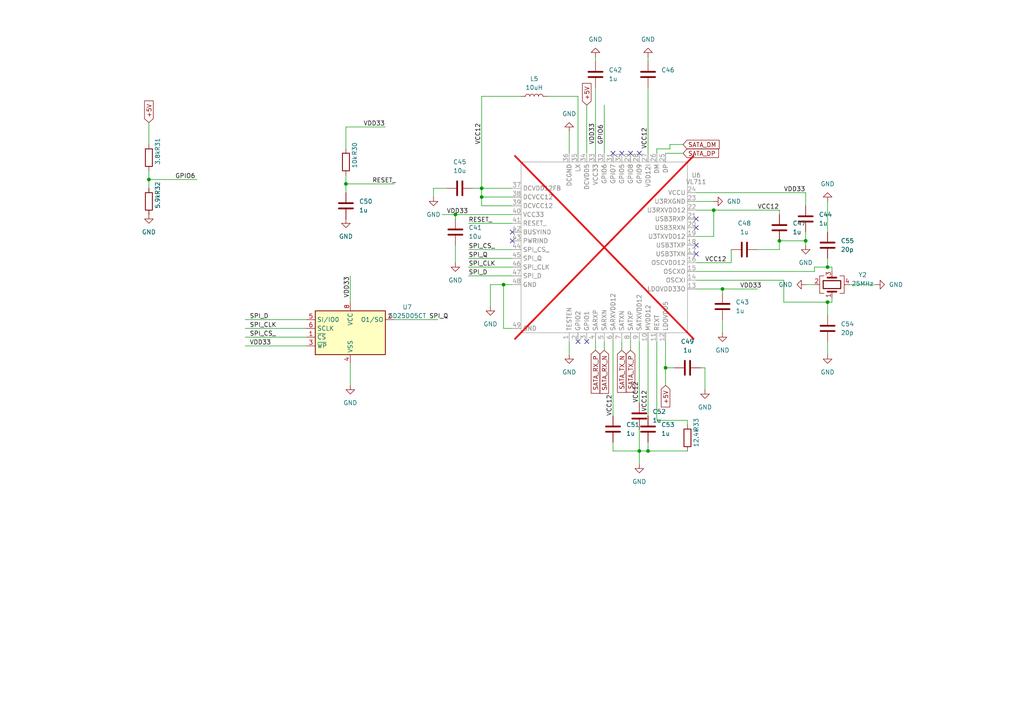
<source format=kicad_sch>
(kicad_sch (version 20231120) (generator "eeschema") (generator_version "8.0")
  (paper "A4")
  (lib_symbols
    (symbol "Device:C" (pin_numbers hide) (pin_names (offset 0.254))
      (property "Reference" "C" (at 0.635 2.54 0))
      (property "Value" "C" (at 0.635 -2.54 0))
      (symbol "C_0_1"
        (polyline (pts (xy -2.032 -0.762) (xy 2.032 -0.762)) (stroke (width 0.508)))
        (polyline (pts (xy -2.032 0.762) (xy 2.032 0.762)) (stroke (width 0.508)))
      )
      (symbol "C_1_1"
        (pin passive line (at 0 3.81 270) (length 2.794) (name "~") (number "1"))
        (pin passive line (at 0 -3.81 90) (length 2.794) (name "~") (number "2"))
      )
    )
    (symbol "Device:Crystal_GND24" (pin_names (offset 1.016) hide)
      (property "Reference" "Y" (at 3.175 5.08 0))
      (property "Value" "Crystal_GND24" (at 3.175 3.175 0))
      (symbol "Crystal_GND24_0_1"
        (rectangle (start -1.143 2.54) (end 1.143 -2.54) (stroke (width 0.3048)))
        (polyline (pts (xy -2.54 0) (xy -2.032 0)))
        (polyline (pts (xy -2.032 -1.27) (xy -2.032 1.27)) (stroke (width 0.508)))
        (polyline (pts (xy 0 -3.81) (xy 0 -3.556)))
        (polyline (pts (xy 0 3.556) (xy 0 3.81)))
        (polyline (pts (xy 2.032 -1.27) (xy 2.032 1.27)) (stroke (width 0.508)))
        (polyline (pts (xy 2.032 0) (xy 2.54 0)))
        (polyline (pts (xy -2.54 -2.286) (xy -2.54 -3.556) (xy 2.54 -3.556) (xy 2.54 -2.286)))
        (polyline (pts (xy -2.54 2.286) (xy -2.54 3.556) (xy 2.54 3.556) (xy 2.54 2.286)))
      )
      (symbol "Crystal_GND24_1_1"
        (pin passive line (at -3.81 0 0) (length 1.27) (name "1") (number "1"))
        (pin passive line (at 0 5.08 270) (length 1.27) (name "2") (number "2"))
        (pin passive line (at 3.81 0 180) (length 1.27) (name "3") (number "3"))
        (pin passive line (at 0 -5.08 90) (length 1.27) (name "4") (number "4"))
      )
    )
    (symbol "Device:L" (pin_numbers hide) (pin_names (offset 1.016) hide)
      (property "Reference" "L" (at -1.27 0 90))
      (property "Value" "L" (at 1.905 0 90))
      (symbol "L_0_1"
        (arc (start 0 -2.54) (mid 0.6323 -1.905) (end 0 -1.27))
        (arc (start 0 -1.27) (mid 0.6323 -0.635) (end 0 0))
        (arc (start 0 0) (mid 0.6323 0.635) (end 0 1.27))
        (arc (start 0 1.27) (mid 0.6323 1.905) (end 0 2.54))
      )
      (symbol "L_1_1"
        (pin passive line (at 0 3.81 270) (length 1.27) (name "1") (number "1"))
        (pin passive line (at 0 -3.81 90) (length 1.27) (name "2") (number "2"))
      )
    )
    (symbol "Device:R" (pin_numbers hide) (pin_names (offset 0))
      (property "Reference" "R" (at 2.032 0 90))
      (property "Value" "R" (at 0 0 90))
      (symbol "R_0_1"
        (rectangle (start -1.016 -2.54) (end 1.016 2.54) (stroke (width 0.254)))
      )
      (symbol "R_1_1"
        (pin passive line (at 0 3.81 270) (length 1.27) (name "~") (number "1"))
        (pin passive line (at 0 -3.81 90) (length 1.27) (name "~") (number "2"))
      )
    )
    (symbol "Memory_Flash:GD25D05CT"
      (property "Reference" "U" (at 2.54 12.7 0))
      (property "Value" "GD25D05CT" (at 8.89 8.89 0))
      (symbol "GD25D05CT_1_1"
        (rectangle (start -10.16 7.62) (end 10.16 -5.08) (stroke (width 0.254)) (fill (type background)))
        (pin input line (at -12.7 0 0) (length 2.54) (name "~{CS}") (number "1"))
        (pin output line (at 12.7 5.08 180) (length 2.54) (name "O1/SO") (number "2"))
        (pin input line (at -12.7 -2.54 0) (length 2.54) (name "~{WP}") (number "3"))
        (pin power_in line (at 0 -7.62 90) (length 2.54) (name "VSS") (number "4"))
        (pin bidirectional line (at -12.7 5.08 0) (length 2.54) (name "SI/IO0") (number "5"))
        (pin input line (at -12.7 2.54 0) (length 2.54) (name "SCLK") (number "6"))
        (pin no_connect line (at 10.16 -2.54 180) (length 2.54) hide (name "NC") (number "7"))
        (pin power_in line (at 0 10.16 270) (length 2.54) (name "VCC") (number "8"))
      )
    )
    (symbol "power:GND" (power) (pin_names (offset 0))
      (property "Value" "GND" (at 0 -3.81 0))
      (symbol "GND_0_1"
        (polyline (pts (xy 0 0) (xy 0 -1.27) (xy 1.27 -1.27) (xy 0 -2.54) (xy -1.27 -1.27) (xy 0 -1.27)))
      )
      (symbol "GND_1_1"
        (pin power_in line (at 0 0 270) (length 0) hide (name "GND") (number "1"))
      )
    )
    (symbol "vl715:vl715"
      (property "Reference" "U" (at -24.892 -26.924 0))
      (symbol "vl715_0_1"
        (polyline (pts (xy -25.4 24.13) (xy -25.4 -25.4) (xy 22.86 -25.4) (xy 22.86 24.13) (xy -25.4 24.13)))
      )
      (symbol "vl715_1_1"
        (pin input line (at -11.43 -27.94 90) (length 2.54) (name "TESTEN") (number "1"))
        (pin input line (at 11.43 -27.94 90) (length 2.54) (name "MVDD12") (number "10"))
        (pin input line (at 13.97 -27.94 90) (length 2.54) (name "REXT") (number "11"))
        (pin input line (at 16.51 -27.94 90) (length 2.54) (name "LDOVDD5") (number "12"))
        (pin input line (at 25.4 -12.7 180) (length 2.54) (name "LDOVDD33O") (number "13"))
        (pin input line (at 25.4 -10.16 180) (length 2.54) (name "OSCXI") (number "14"))
        (pin input line (at 25.4 -7.62 180) (length 2.54) (name "OSCXO") (number "15"))
        (pin input line (at 25.4 -5.08 180) (length 2.54) (name "OSCVDD12") (number "16"))
        (pin input line (at 25.4 -2.54 180) (length 2.54) (name "USB3TXN") (number "17"))
        (pin input line (at 25.4 0 180) (length 2.54) (name "USB3TXP") (number "18"))
        (pin input line (at 25.4 2.54 180) (length 2.54) (name "U3TXVDD12") (number "19"))
        (pin input line (at -8.89 -27.94 90) (length 2.54) (name "GPIO2") (number "2"))
        (pin input line (at 25.4 5.08 180) (length 2.54) (name "USB3RXN") (number "20"))
        (pin input line (at 25.4 7.62 180) (length 2.54) (name "USB3RXP") (number "21"))
        (pin input line (at 25.4 10.16 180) (length 2.54) (name "U3RXVDD12") (number "22"))
        (pin input line (at 25.4 12.7 180) (length 2.54) (name "U3RXGND") (number "23"))
        (pin input line (at 25.4 15.24 180) (length 2.54) (name "VCCU") (number "24"))
        (pin input line (at 16.51 26.67 270) (length 2.54) (name "DP") (number "25"))
        (pin input line (at 13.97 26.67 270) (length 2.54) (name "DM") (number "26"))
        (pin input line (at 11.43 26.67 270) (length 2.54) (name "VDD12I") (number "27"))
        (pin input line (at 8.89 26.67 270) (length 2.54) (name "GPIO9") (number "28"))
        (pin input line (at 6.35 26.67 270) (length 2.54) (name "GPIO8") (number "29"))
        (pin input line (at -6.35 -27.94 90) (length 2.54) (name "GPIO1") (number "3"))
        (pin input line (at 3.81 26.67 270) (length 2.54) (name "GPIO5") (number "30"))
        (pin input line (at 1.27 26.67 270) (length 2.54) (name "GPIO7") (number "31"))
        (pin input line (at -1.27 26.67 270) (length 2.54) (name "GPIO6") (number "32"))
        (pin input line (at -3.81 26.67 270) (length 2.54) (name "VCC33") (number "33"))
        (pin input line (at -6.35 26.67 270) (length 2.54) (name "DCVDD5") (number "34"))
        (pin input line (at -8.89 26.67 270) (length 2.54) (name "LX") (number "35"))
        (pin input line (at -11.43 26.67 270) (length 2.54) (name "DCGND") (number "36"))
        (pin input line (at -27.94 16.51 0) (length 2.54) (name "DCVDD12FB") (number "37"))
        (pin input line (at -27.94 13.97 0) (length 2.54) (name "DCVCC12") (number "38"))
        (pin input line (at -27.94 11.43 0) (length 2.54) (name "DCVCC12") (number "39"))
        (pin input line (at -3.81 -27.94 90) (length 2.54) (name "SARXP") (number "4"))
        (pin input line (at -27.94 8.89 0) (length 2.54) (name "VCC33") (number "40"))
        (pin input line (at -27.94 6.35 0) (length 2.54) (name "RESET_") (number "41"))
        (pin input line (at -27.94 3.81 0) (length 2.54) (name "BUSYIND") (number "42"))
        (pin input line (at -27.94 1.27 0) (length 2.54) (name "PWRIND") (number "43"))
        (pin input line (at -27.94 -1.27 0) (length 2.54) (name "SPI_CS_") (number "44"))
        (pin input line (at -27.94 -3.81 0) (length 2.54) (name "SPI_Q") (number "45"))
        (pin input line (at -27.94 -6.35 0) (length 2.54) (name "SPI_CLK") (number "46"))
        (pin input line (at -27.94 -8.89 0) (length 2.54) (name "SPI_D") (number "47"))
        (pin input line (at -27.94 -11.43 0) (length 2.54) (name "GND") (number "48"))
        (pin input line (at -27.94 -24.13 0) (length 2.54) (name "GND") (number "49"))
        (pin input line (at -1.27 -27.94 90) (length 2.54) (name "SARXN") (number "5"))
        (pin input line (at 1.27 -27.94 90) (length 2.54) (name "SARXVDD12") (number "6"))
        (pin input line (at 3.81 -27.94 90) (length 2.54) (name "SATXN") (number "7"))
        (pin input line (at 6.35 -27.94 90) (length 2.54) (name "SATXP") (number "8"))
        (pin input line (at 8.89 -27.94 90) (length 2.54) (name "SATXVDD12") (number "9"))
      )
    )
  )
  (junction (at 132.08 62.23))
  (junction (at 207.01 60.96))
  (junction (at 185.42 130.81))
  (junction (at 193.04 106.68))
  (junction (at 146.05 82.55))
  (junction (at 240.03 77.47))
  (junction (at 187.96 130.81))
  (junction (at 139.7 57.15))
  (junction (at 233.68 69.85))
  (junction (at 209.55 83.82))
  (junction (at 139.7 54.61))
  (junction (at 100.33 53.34))
  (junction (at 43.18 52.07))
  (junction (at 240.03 87.63))
  (junction (at 226.06 69.85))
  (no_connect (at 148.59 67.31))
  (no_connect (at 201.93 63.5))
  (no_connect (at 185.42 44.45))
  (no_connect (at 177.8 44.45))
  (no_connect (at 201.93 71.12))
  (no_connect (at 201.93 66.04))
  (no_connect (at 148.59 69.85))
  (no_connect (at 182.88 44.45))
  (no_connect (at 167.64 99.06))
  (no_connect (at 180.34 44.45))
  (no_connect (at 201.93 73.66))
  (no_connect (at 170.18 99.06))
  (wire (pts (xy 209.55 83.82) (xy 219.71 83.82)))
  (wire (pts (xy 190.5 121.92) (xy 199.39 121.92)))
  (wire (pts (xy 193.04 99.06) (xy 193.04 106.68)))
  (wire (pts (xy 132.08 62.23) (xy 132.08 63.5)))
  (wire (pts (xy 190.5 99.06) (xy 190.5 121.92)))
  (wire (pts (xy 226.06 60.96) (xy 226.06 62.23)))
  (wire (pts (xy 240.03 87.63) (xy 227.33 87.63)))
  (wire (pts (xy 233.68 69.85) (xy 233.68 71.12)))
  (wire (pts (xy 201.93 76.2) (xy 212.09 76.2)))
  (wire (pts (xy 101.6 80.01) (xy 101.6 87.63)))
  (wire (pts (xy 185.42 130.81) (xy 185.42 134.62)))
  (wire (pts (xy 233.68 67.31) (xy 233.68 69.85)))
  (wire (pts (xy 135.89 77.47) (xy 148.59 77.47)))
  (wire (pts (xy 139.7 27.94) (xy 151.13 27.94)))
  (wire (pts (xy 101.6 105.41) (xy 101.6 111.76)))
  (wire (pts (xy 180.34 99.06) (xy 180.34 101.6)))
  (wire (pts (xy 187.96 128.27) (xy 187.96 130.81)))
  (wire (pts (xy 100.33 43.18) (xy 100.33 36.83)))
  (wire (pts (xy 241.3 77.47) (xy 241.3 78.74)))
  (wire (pts (xy 182.88 99.06) (xy 182.88 101.6)))
  (wire (pts (xy 241.3 77.47) (xy 240.03 77.47)))
  (wire (pts (xy 139.7 57.15) (xy 139.7 59.69)))
  (wire (pts (xy 201.93 55.88) (xy 233.68 55.88)))
  (wire (pts (xy 71.12 97.79) (xy 88.9 97.79)))
  (wire (pts (xy 148.59 59.69) (xy 139.7 59.69)))
  (wire (pts (xy 71.12 95.25) (xy 88.9 95.25)))
  (wire (pts (xy 100.33 36.83) (xy 111.76 36.83)))
  (wire (pts (xy 201.93 78.74) (xy 236.22 78.74)))
  (wire (pts (xy 233.68 82.55) (xy 236.22 82.55)))
  (wire (pts (xy 185.42 130.81) (xy 177.8 130.81)))
  (wire (pts (xy 114.3 92.71) (xy 127 92.71)))
  (wire (pts (xy 187.96 99.06) (xy 187.96 120.65)))
  (wire (pts (xy 187.96 16.51) (xy 187.96 17.78)))
  (wire (pts (xy 241.3 87.63) (xy 240.03 87.63)))
  (wire (pts (xy 146.05 82.55) (xy 148.59 82.55)))
  (wire (pts (xy 135.89 74.93) (xy 148.59 74.93)))
  (wire (pts (xy 227.33 81.28) (xy 227.33 87.63)))
  (wire (pts (xy 172.72 99.06) (xy 172.72 101.6)))
  (wire (pts (xy 198.12 41.91) (xy 194.31 41.91)))
  (wire (pts (xy 139.7 54.61) (xy 139.7 57.15)))
  (wire (pts (xy 193.04 106.68) (xy 193.04 111.76)))
  (wire (pts (xy 185.42 99.06) (xy 185.42 116.84)))
  (wire (pts (xy 146.05 95.25) (xy 146.05 82.55)))
  (wire (pts (xy 204.47 106.68) (xy 203.2 106.68)))
  (wire (pts (xy 100.33 53.34) (xy 114.3 53.34)))
  (wire (pts (xy 187.96 25.4) (xy 187.96 44.45)))
  (wire (pts (xy 212.09 76.2) (xy 212.09 72.39)))
  (wire (pts (xy 236.22 78.74) (xy 236.22 77.47)))
  (wire (pts (xy 227.33 81.28) (xy 201.93 81.28)))
  (wire (pts (xy 128.27 62.23) (xy 132.08 62.23)))
  (wire (pts (xy 165.1 99.06) (xy 165.1 102.87)))
  (wire (pts (xy 207.01 68.58) (xy 201.93 68.58)))
  (wire (pts (xy 177.8 130.81) (xy 177.8 128.27)))
  (wire (pts (xy 226.06 72.39) (xy 226.06 69.85)))
  (wire (pts (xy 139.7 27.94) (xy 139.7 54.61)))
  (wire (pts (xy 137.16 54.61) (xy 139.7 54.61)))
  (wire (pts (xy 240.03 74.93) (xy 240.03 77.47)))
  (wire (pts (xy 165.1 38.1) (xy 165.1 44.45)))
  (wire (pts (xy 241.3 86.36) (xy 241.3 87.63)))
  (wire (pts (xy 148.59 95.25) (xy 146.05 95.25)))
  (wire (pts (xy 199.39 121.92) (xy 199.39 123.19)))
  (wire (pts (xy 233.68 55.88) (xy 233.68 59.69)))
  (wire (pts (xy 125.73 54.61) (xy 129.54 54.61)))
  (wire (pts (xy 240.03 87.63) (xy 240.03 91.44)))
  (wire (pts (xy 125.73 57.15) (xy 125.73 54.61)))
  (wire (pts (xy 139.7 54.61) (xy 148.59 54.61)))
  (wire (pts (xy 135.89 64.77) (xy 148.59 64.77)))
  (wire (pts (xy 194.31 43.18) (xy 190.5 43.18)))
  (wire (pts (xy 172.72 16.51) (xy 172.72 17.78)))
  (wire (pts (xy 167.64 27.94) (xy 167.64 44.45)))
  (wire (pts (xy 132.08 71.12) (xy 132.08 76.2)))
  (wire (pts (xy 240.03 58.42) (xy 240.03 67.31)))
  (wire (pts (xy 175.26 30.48) (xy 175.26 44.45)))
  (wire (pts (xy 43.18 52.07) (xy 57.15 52.07)))
  (wire (pts (xy 177.8 99.06) (xy 177.8 120.65)))
  (wire (pts (xy 71.12 100.33) (xy 88.9 100.33)))
  (wire (pts (xy 43.18 41.91) (xy 43.18 35.56)))
  (wire (pts (xy 71.12 92.71) (xy 88.9 92.71)))
  (wire (pts (xy 175.26 99.06) (xy 175.26 101.6)))
  (wire (pts (xy 201.93 83.82) (xy 209.55 83.82)))
  (wire (pts (xy 142.24 82.55) (xy 146.05 82.55)))
  (wire (pts (xy 207.01 60.96) (xy 207.01 68.58)))
  (wire (pts (xy 246.38 82.55) (xy 254 82.55)))
  (wire (pts (xy 219.71 72.39) (xy 226.06 72.39)))
  (wire (pts (xy 226.06 69.85) (xy 233.68 69.85)))
  (wire (pts (xy 201.93 58.42) (xy 207.01 58.42)))
  (wire (pts (xy 142.24 88.9) (xy 142.24 82.55)))
  (wire (pts (xy 187.96 130.81) (xy 199.39 130.81)))
  (wire (pts (xy 43.18 52.07) (xy 43.18 54.61)))
  (wire (pts (xy 209.55 92.71) (xy 209.55 96.52)))
  (wire (pts (xy 240.03 99.06) (xy 240.03 102.87)))
  (wire (pts (xy 193.04 44.45) (xy 198.12 44.45)))
  (wire (pts (xy 185.42 124.46) (xy 185.42 130.81)))
  (wire (pts (xy 187.96 130.81) (xy 185.42 130.81)))
  (wire (pts (xy 190.5 44.45) (xy 190.5 43.18)))
  (wire (pts (xy 132.08 62.23) (xy 148.59 62.23)))
  (wire (pts (xy 158.75 27.94) (xy 167.64 27.94)))
  (wire (pts (xy 207.01 60.96) (xy 226.06 60.96)))
  (wire (pts (xy 209.55 83.82) (xy 209.55 85.09)))
  (wire (pts (xy 204.47 113.03) (xy 204.47 106.68)))
  (wire (pts (xy 135.89 72.39) (xy 148.59 72.39)))
  (wire (pts (xy 139.7 57.15) (xy 148.59 57.15)))
  (wire (pts (xy 100.33 50.8) (xy 100.33 53.34)))
  (wire (pts (xy 236.22 77.47) (xy 240.03 77.47)))
  (wire (pts (xy 193.04 106.68) (xy 195.58 106.68)))
  (wire (pts (xy 100.33 53.34) (xy 100.33 55.88)))
  (wire (pts (xy 43.18 49.53) (xy 43.18 52.07)))
  (wire (pts (xy 194.31 41.91) (xy 194.31 43.18)))
  (wire (pts (xy 201.93 60.96) (xy 207.01 60.96)))
  (wire (pts (xy 170.18 30.48) (xy 170.18 44.45)))
  (wire (pts (xy 135.89 80.01) (xy 148.59 80.01)))
  (wire (pts (xy 172.72 25.4) (xy 172.72 44.45)))
  (label "VCC12" (at 185.42 116.84 90))
  (label "VCC12" (at 187.96 43.18 90))
  (label "GPIO6" (at 50.8 52.07 0))
  (label "SPI_Q" (at 124.46 92.71 0))
  (label "SPI_CLK" (at 135.89 77.47 0))
  (label "VDD33" (at 101.6 86.36 90))
  (label "VCC12" (at 177.8 120.65 90))
  (label "SPI_CS_" (at 72.39 97.79 0))
  (label "VDD33" (at 227.33 55.88 0))
  (label "VCC12" (at 187.96 119.38 90))
  (label "SPI_D" (at 72.39 92.71 0))
  (label "VDD33" (at 214.63 83.82 0))
  (label "SPI_CS_" (at 135.89 72.39 0))
  (label "GPIO6" (at 175.26 41.91 90))
  (label "SPI_CLK" (at 72.39 95.25 0))
  (label "RESET_" (at 107.95 53.34 0))
  (label "SPI_Q" (at 135.89 74.93 0))
  (label "VDD33" (at 172.72 41.91 90))
  (label "VCC12" (at 219.71 60.96 0))
  (label "SPI_D" (at 135.89 80.01 0))
  (label "VDD33" (at 105.41 36.83 0))
  (label "VDD33" (at 129.54 62.23 0))
  (label "RESET_" (at 135.89 64.77 0))
  (label "VDD33" (at 72.39 100.33 0))
  (label "VCC12" (at 139.7 41.91 90))
  (label "VCC12" (at 204.47 76.2 0))
  (global_label "SATA_TX_N" (shape input) (at 180.34 101.6 270) (property "Intersheetrefs" "${INTERSHEET_REFS}" (effects (hide yes))))
  (global_label "SATA_DM" (shape input) (at 198.12 41.91 0) (property "Intersheetrefs" "${INTERSHEET_REFS}" (effects (hide yes))))
  (global_label "SATA_TX_P" (shape input) (at 182.88 101.6 270) (property "Intersheetrefs" "${INTERSHEET_REFS}" (effects (hide yes))))
  (global_label "SATA_DP" (shape input) (at 198.12 44.45 0) (property "Intersheetrefs" "${INTERSHEET_REFS}" (effects (hide yes))))
  (global_label "+5V" (shape input) (at 193.04 111.76 270) (property "Intersheetrefs" "${INTERSHEET_REFS}" (effects (hide yes))))
  (global_label "SATA_RX_N" (shape input) (at 175.26 101.6 270) (property "Intersheetrefs" "${INTERSHEET_REFS}" (effects (hide yes))))
  (global_label "SATA_RX_P" (shape input) (at 172.72 101.6 270) (property "Intersheetrefs" "${INTERSHEET_REFS}" (effects (hide yes))))
  (global_label "+5V" (shape input) (at 43.18 35.56 90) (property "Intersheetrefs" "${INTERSHEET_REFS}" (effects (hide yes))))
  (global_label "+5V" (shape input) (at 170.18 30.48 90) (property "Intersheetrefs" "${INTERSHEET_REFS}" (effects (hide yes))))
  (symbol (lib_id "Device:C") (at 215.9 72.39 90) (unit 1)
    (property "Reference" "C48" (at 215.9 64.77 90))
    (property "Value" "1u" (at 215.9 67.31 90))
    (property "Footprint" "Capacitor_SMD:C_0402_1005Metric" (effects (hide yes)))
    (property "Description" "Unpolarized capacitor" (effects (hide yes)))
  )
  (symbol (lib_id "power:GND") (at 165.1 102.87 0) (unit 1)
    (property "Reference" "#PWR0104" (effects (hide yes)))
    (property "Value" "GND" (at 165.1 107.95 0))
  )
  (symbol (lib_id "Device:C") (at 100.33 59.69 180) (unit 1)
    (property "Reference" "C50" (at 104.14 58.4199 0) (effects (justify right)))
    (property "Value" "1u" (at 104.14 60.9599 0) (effects (justify right)))
    (property "Footprint" "Capacitor_SMD:C_0402_1005Metric" (effects (hide yes)))
    (property "Description" "Unpolarized capacitor" (effects (hide yes)))
  )
  (symbol (lib_id "Device:C") (at 199.39 106.68 90) (unit 1)
    (property "Reference" "C49" (at 199.39 99.06 90))
    (property "Value" "1u" (at 199.39 101.6 90))
    (property "Footprint" "Capacitor_SMD:C_0402_1005Metric" (effects (hide yes)))
    (property "Description" "Unpolarized capacitor" (effects (hide yes)))
  )
  (symbol (lib_id "Device:Crystal_GND24") (at 241.3 82.55 90) (unit 1)
    (property "Reference" "Y2" (at 250.19 79.7244 90))
    (property "Value" "25MHz" (at 250.19 82.2644 90))
    (property "Footprint" "Crystal:Crystal_SMD_3225-4Pin_3.2x2.5mm" (effects (hide yes)))
    (property "Datasheet" "https://www.lcsc.com/product-detail/Crystals_TAITIEN-Elec-XXHBELNAOF-25MHZ_C5160142.html" (effects (hide yes)))
    (property "Description" "Four pin crystal, GND on pins 2 and 4" (effects (hide yes)))
  )
  (symbol (lib_id "Device:C") (at 187.96 124.46 180) (unit 1)
    (property "Reference" "C53" (at 191.77 123.1899 0) (effects (justify right)))
    (property "Value" "1u" (at 191.77 125.7299 0) (effects (justify right)))
    (property "Footprint" "Capacitor_SMD:C_0402_1005Metric" (effects (hide yes)))
    (property "Description" "Unpolarized capacitor" (effects (hide yes)))
  )
  (symbol (lib_id "Device:C") (at 240.03 71.12 0) (unit 1)
    (property "Reference" "C55" (at 243.84 69.8499 0) (effects (justify left)))
    (property "Value" "20p" (at 243.84 72.3899 0) (effects (justify left)))
    (property "Footprint" "Capacitor_SMD:C_0402_1005Metric" (effects (hide yes)))
    (property "Description" "Unpolarized capacitor" (effects (hide yes)))
  )
  (symbol (lib_id "power:GND") (at 207.01 58.42 90) (unit 1)
    (property "Reference" "#PWR065" (effects (hide yes)))
    (property "Value" "GND" (at 210.82 58.4199 90) (effects (justify right)))
  )
  (symbol (lib_id "power:GND") (at 254 82.55 90) (unit 1)
    (property "Reference" "#PWR095" (effects (hide yes)))
    (property "Value" "GND" (at 257.81 82.5499 90) (effects (justify right)))
  )
  (symbol (lib_id "Device:R") (at 199.39 127 180) (unit 1)
    (property "Reference" "R33" (at 201.93 123.19 90))
    (property "Value" "12.4k" (at 201.93 127 90))
    (property "Footprint" "Resistor_SMD:R_0402_1005Metric_Pad0.72x0.64mm_HandSolder" (effects (hide yes)))
  )
  (symbol (lib_id "vl715:vl715") (at 176.53 71.12 0) (unit 1) (in_bom no) (dnp yes)
    (property "Reference" "U6" (at 201.93 50.8314 0))
    (property "Value" "VL711" (at 201.93 52.7365 0))
    (property "Footprint" "Package_DFN_QFN:QFN-48-1EP_6x6mm_P0.4mm_EP4.2x4.2mm_ThermalVias" (effects (hide yes)))
  )
  (symbol (lib_id "power:GND") (at 233.68 82.55 270) (unit 1)
    (property "Reference" "#PWR094" (effects (hide yes)))
    (property "Value" "GND" (at 229.87 82.5499 90) (effects (justify right)))
  )
  (symbol (lib_id "power:GND") (at 240.03 102.87 0) (unit 1)
    (property "Reference" "#PWR074" (effects (hide yes)))
    (property "Value" "GND" (at 240.03 107.95 0))
  )
  (symbol (lib_id "Device:R") (at 100.33 46.99 180) (unit 1)
    (property "Reference" "R30" (at 102.87 43.18 90))
    (property "Value" "10k" (at 102.87 46.99 90))
    (property "Footprint" "Resistor_SMD:R_0402_1005Metric_Pad0.72x0.64mm_HandSolder" (effects (hide yes)))
  )
  (symbol (lib_id "power:GND") (at 43.18 62.23 0) (unit 1)
    (property "Reference" "#PWR072" (effects (hide yes)))
    (property "Value" "GND" (at 43.18 67.31 0))
  )
  (symbol (lib_id "power:GND") (at 233.68 71.12 0) (unit 1)
    (property "Reference" "#PWR062" (effects (hide yes)))
    (property "Value" "GND" (at 233.68 76.2 0))
  )
  (symbol (lib_id "Device:C") (at 172.72 21.59 0) (unit 1)
    (property "Reference" "C42" (at 176.53 20.3199 0) (effects (justify left)))
    (property "Value" "1u" (at 176.53 22.8599 0) (effects (justify left)))
    (property "Footprint" "Capacitor_SMD:C_0402_1005Metric" (effects (hide yes)))
    (property "Description" "Unpolarized capacitor" (effects (hide yes)))
  )
  (symbol (lib_id "Device:C") (at 226.06 66.04 0) (unit 1)
    (property "Reference" "C47" (at 229.87 64.7699 0) (effects (justify left)))
    (property "Value" "1u" (at 229.87 67.3099 0) (effects (justify left)))
    (property "Footprint" "Capacitor_SMD:C_0402_1005Metric" (effects (hide yes)))
    (property "Description" "Unpolarized capacitor" (effects (hide yes)))
  )
  (symbol (lib_id "power:GND") (at 132.08 76.2 0) (unit 1)
    (property "Reference" "#PWR058" (effects (hide yes)))
    (property "Value" "GND" (at 132.08 81.28 0))
  )
  (symbol (lib_id "Device:C") (at 185.42 120.65 180) (unit 1)
    (property "Reference" "C52" (at 189.23 119.3799 0) (effects (justify right)))
    (property "Value" "1u" (at 189.23 121.9199 0) (effects (justify right)))
    (property "Footprint" "Capacitor_SMD:C_0402_1005Metric" (effects (hide yes)))
    (property "Description" "Unpolarized capacitor" (effects (hide yes)))
  )
  (symbol (lib_id "Device:C") (at 187.96 21.59 0) (unit 1)
    (property "Reference" "C46" (at 191.77 20.3199 0) (effects (justify left)))
    (property "Value" "1u" (effects (hide yes)))
    (property "Footprint" "Capacitor_SMD:C_0402_1005Metric" (effects (hide yes)))
    (property "Description" "Unpolarized capacitor" (effects (hide yes)))
  )
  (symbol (lib_id "Device:R") (at 43.18 58.42 180) (unit 1)
    (property "Reference" "R32" (at 45.72 54.61 90))
    (property "Value" "5.9k" (at 45.72 58.42 90))
    (property "Footprint" "Resistor_SMD:R_0402_1005Metric_Pad0.72x0.64mm_HandSolder" (effects (hide yes)))
  )
  (symbol (lib_id "Device:C") (at 209.55 88.9 0) (unit 1)
    (property "Reference" "C43" (at 213.36 87.6299 0) (effects (justify left)))
    (property "Value" "1u" (at 213.36 90.1699 0) (effects (justify left)))
    (property "Footprint" "Capacitor_SMD:C_0402_1005Metric" (effects (hide yes)))
    (property "Description" "Unpolarized capacitor" (effects (hide yes)))
  )
  (symbol (lib_id "power:GND") (at 172.72 16.51 180) (unit 1)
    (property "Reference" "#PWR060" (effects (hide yes)))
    (property "Value" "GND" (at 172.72 11.43 0))
  )
  (symbol (lib_id "power:GND") (at 209.55 96.52 0) (unit 1)
    (property "Reference" "#PWR061" (effects (hide yes)))
    (property "Value" "GND" (at 209.55 101.6 0))
  )
  (symbol (lib_id "power:GND") (at 142.24 88.9 0) (unit 1)
    (property "Reference" "#PWR057" (effects (hide yes)))
    (property "Value" "GND" (at 142.24 93.98 0))
  )
  (symbol (lib_id "power:GND") (at 240.03 58.42 180) (unit 1)
    (property "Reference" "#PWR075" (effects (hide yes)))
    (property "Value" "GND" (at 240.03 53.34 0))
  )
  (symbol (lib_id "Device:L") (at 154.94 27.94 90) (unit 1)
    (property "Reference" "L5" (at 154.94 22.86 90))
    (property "Value" "10uH" (at 154.94 25.4 90))
    (property "Footprint" "Inductor_SMD:L_1206_3216Metric" (effects (hide yes)))
    (property "Description" "Inductor" (effects (hide yes)))
  )
  (symbol (lib_id "Memory_Flash:GD25D05CT") (at 101.6 97.79 0) (unit 1)
    (property "Reference" "U7" (at 118.11 89.062 0))
    (property "Value" "GD25D05CT" (at 118.11 91.602 0))
    (property "Footprint" "Package_SO:SOP-8_3.9x4.9mm_P1.27mm" (effects (hide yes)))
    (property "Datasheet" "http://www.elm-tech.com/en/products/spi-flash-memory/gd25d10/gd25d10.pdf" (effects (hide yes)))
    (property "Description" "512kbit, 3.0V Standard and Dual Serial Flash, SOP-8" (effects (hide yes)))
  )
  (symbol (lib_id "Device:C") (at 177.8 124.46 180) (unit 1)
    (property "Reference" "C51" (at 181.61 123.1899 0) (effects (justify right)))
    (property "Value" "1u" (at 181.61 125.7299 0) (effects (justify right)))
    (property "Footprint" "Capacitor_SMD:C_0402_1005Metric" (effects (hide yes)))
    (property "Description" "Unpolarized capacitor" (effects (hide yes)))
  )
  (symbol (lib_id "Device:C") (at 240.03 95.25 0) (unit 1)
    (property "Reference" "C54" (at 243.84 93.9799 0) (effects (justify left)))
    (property "Value" "20p" (at 243.84 96.5199 0) (effects (justify left)))
    (property "Footprint" "Capacitor_SMD:C_0402_1005Metric" (effects (hide yes)))
    (property "Description" "Unpolarized capacitor" (effects (hide yes)))
  )
  (symbol (lib_id "Device:C") (at 132.08 67.31 0) (unit 1)
    (property "Reference" "C41" (at 135.89 66.0399 0) (effects (justify left)))
    (property "Value" "10u" (at 135.89 68.5799 0) (effects (justify left)))
    (property "Footprint" "Capacitor_SMD:C_0603_1608Metric" (effects (hide yes)))
    (property "Description" "Unpolarized capacitor" (effects (hide yes)))
  )
  (symbol (lib_id "power:GND") (at 125.73 57.15 0) (unit 1)
    (property "Reference" "#PWR063" (effects (hide yes)))
    (property "Value" "GND" (at 125.73 62.23 0))
  )
  (symbol (lib_id "Device:C") (at 133.35 54.61 90) (unit 1)
    (property "Reference" "C45" (at 133.35 46.99 90))
    (property "Value" "10u" (at 133.35 49.53 90))
    (property "Footprint" "Capacitor_SMD:C_0603_1608Metric" (effects (hide yes)))
    (property "Description" "Unpolarized capacitor" (effects (hide yes)))
  )
  (symbol (lib_id "power:GND") (at 165.1 38.1 180) (unit 1)
    (property "Reference" "#PWR059" (effects (hide yes)))
    (property "Value" "GND" (at 165.1 33.02 0))
  )
  (symbol (lib_id "Device:C") (at 233.68 63.5 0) (unit 1)
    (property "Reference" "C44" (at 237.49 62.2299 0) (effects (justify left)))
    (property "Value" "1u" (at 237.49 64.7699 0) (effects (justify left)))
    (property "Footprint" "Capacitor_SMD:C_0402_1005Metric" (effects (hide yes)))
    (property "Description" "Unpolarized capacitor" (effects (hide yes)))
  )
  (symbol (lib_id "power:GND") (at 101.6 111.76 0) (unit 1)
    (property "Reference" "#PWR070" (effects (hide yes)))
    (property "Value" "GND" (at 101.6 116.84 0))
  )
  (symbol (lib_id "Device:R") (at 43.18 45.72 180) (unit 1)
    (property "Reference" "R31" (at 45.72 41.91 90))
    (property "Value" "3.8k" (at 45.72 45.72 90))
    (property "Footprint" "Resistor_SMD:R_0402_1005Metric_Pad0.72x0.64mm_HandSolder" (effects (hide yes)))
    (property "LCSC" " C102983" (effects (hide yes)))
  )
  (symbol (lib_id "power:GND") (at 204.47 113.03 0) (unit 1)
    (property "Reference" "#PWR066" (effects (hide yes)))
    (property "Value" "GND" (at 204.47 118.11 0))
  )
  (symbol (lib_id "power:GND") (at 100.33 63.5 0) (unit 1)
    (property "Reference" "#PWR071" (effects (hide yes)))
    (property "Value" "GND" (at 100.33 68.58 0))
  )
  (symbol (lib_id "power:GND") (at 185.42 134.62 0) (unit 1)
    (property "Reference" "#PWR073" (effects (hide yes)))
    (property "Value" "GND" (at 185.42 139.7 0))
  )
  (symbol (lib_id "power:GND") (at 187.96 16.51 180) (unit 1)
    (property "Reference" "#PWR064" (effects (hide yes)))
    (property "Value" "GND" (at 187.96 11.43 0))
  )
)
</source>
